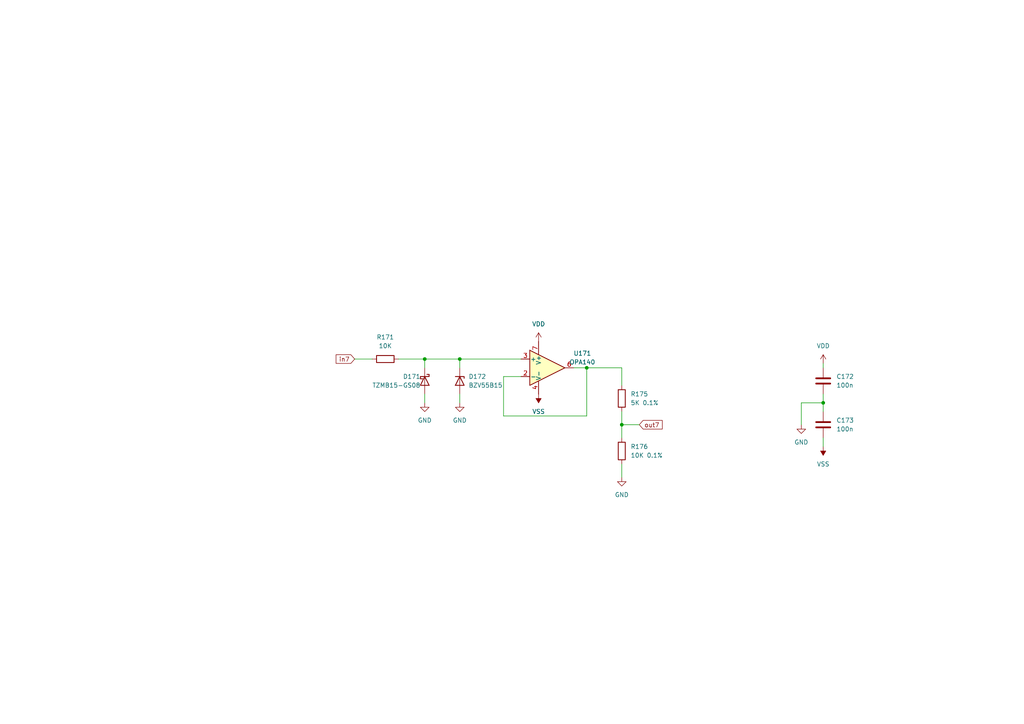
<source format=kicad_sch>
(kicad_sch (version 20230121) (generator eeschema)
  (paper "A4")
  (lib_symbols
    (symbol "Amplifier_Operational:OPA188xxD" (pin_names (offset 0.127))
      (property "Reference" "U" (at 0 6.35 0))
      (property "Value" "OPA188xxD" (at 0 3.81 0))
      (symbol "OPA188xxD_0_1"
        (polyline (pts (xy -5.08 5.08) (xy 5.08 0) (xy -5.08 -5.08) (xy -5.08 5.08)) (stroke (width 0.254)) (fill (type background)))
      )
      (symbol "OPA188xxD_1_1"
        (pin no_connect line (at -2.54 2.54 270) (length 2.54) hide (name "NC") (number "1"))
        (pin input line (at -7.62 -2.54 0) (length 2.54) (name "-") (number "2"))
        (pin input line (at -7.62 2.54 0) (length 2.54) (name "+") (number "3"))
        (pin power_in line (at -2.54 -7.62 90) (length 3.81) (name "V-") (number "4"))
        (pin no_connect line (at 0 2.54 270) (length 2.54) hide (name "NC") (number "5"))
        (pin output line (at 7.62 0 180) (length 2.54) (name "~") (number "6"))
        (pin power_in line (at -2.54 7.62 270) (length 3.81) (name "V+") (number "7"))
        (pin no_connect line (at 0 -2.54 90) (length 2.54) hide (name "NC") (number "8"))
      )
    )
    (symbol "Device:C" (pin_numbers hide) (pin_names (offset 0.254))
      (property "Reference" "C" (at 0.635 2.54 0))
      (property "Value" "C" (at 0.635 -2.54 0))
      (symbol "C_0_1"
        (polyline (pts (xy -2.032 -0.762) (xy 2.032 -0.762)) (stroke (width 0.508)))
        (polyline (pts (xy -2.032 0.762) (xy 2.032 0.762)) (stroke (width 0.508)))
      )
      (symbol "C_1_1"
        (pin passive line (at 0 3.81 270) (length 2.794) (name "~") (number "1"))
        (pin passive line (at 0 -3.81 90) (length 2.794) (name "~") (number "2"))
      )
    )
    (symbol "Device:D_Schottky" (pin_numbers hide) (pin_names (offset 1.016) hide)
      (property "Reference" "D" (at 0 2.54 0))
      (property "Value" "D_Schottky" (at 0 -2.54 0))
      (symbol "D_Schottky_0_1"
        (polyline (pts (xy 1.27 0) (xy -1.27 0)))
        (polyline (pts (xy 1.27 1.27) (xy 1.27 -1.27) (xy -1.27 0) (xy 1.27 1.27)) (stroke (width 0.254)))
        (polyline (pts (xy -1.905 0.635) (xy -1.905 1.27) (xy -1.27 1.27) (xy -1.27 -1.27) (xy -0.635 -1.27) (xy -0.635 -0.635)) (stroke (width 0.254)))
      )
      (symbol "D_Schottky_1_1"
        (pin passive line (at -3.81 0 0) (length 2.54) (name "K") (number "1"))
        (pin passive line (at 3.81 0 180) (length 2.54) (name "A") (number "2"))
      )
    )
    (symbol "Device:R" (pin_numbers hide) (pin_names (offset 0))
      (property "Reference" "R" (at 2.032 0 90))
      (property "Value" "R" (at 0 0 90))
      (symbol "R_0_1"
        (rectangle (start -1.016 -2.54) (end 1.016 2.54) (stroke (width 0.254)))
      )
      (symbol "R_1_1"
        (pin passive line (at 0 3.81 270) (length 1.27) (name "~") (number "1"))
        (pin passive line (at 0 -3.81 90) (length 1.27) (name "~") (number "2"))
      )
    )
    (symbol "Diode:BZV55B15" (pin_numbers hide) (pin_names hide)
      (property "Reference" "D" (at 0 2.54 0))
      (property "Value" "BZV55B15" (at 0 -2.54 0))
      (symbol "BZV55B15_0_1"
        (polyline (pts (xy 1.27 0) (xy -1.27 0)))
        (polyline (pts (xy -1.27 -1.27) (xy -1.27 1.27) (xy -0.762 1.27)) (stroke (width 0.254)))
        (polyline (pts (xy 1.27 -1.27) (xy 1.27 1.27) (xy -1.27 0) (xy 1.27 -1.27)) (stroke (width 0.254)))
      )
      (symbol "BZV55B15_1_1"
        (pin passive line (at -3.81 0 0) (length 2.54) (name "K") (number "1"))
        (pin passive line (at 3.81 0 180) (length 2.54) (name "A") (number "2"))
      )
    )
    (symbol "power:GND" (power) (pin_names (offset 0))
      (property "Value" "GND" (at 0 -3.81 0))
      (symbol "GND_0_1"
        (polyline (pts (xy 0 0) (xy 0 -1.27) (xy 1.27 -1.27) (xy 0 -2.54) (xy -1.27 -1.27) (xy 0 -1.27)))
      )
      (symbol "GND_1_1"
        (pin power_in line (at 0 0 270) (length 0) hide (name "GND") (number "1"))
      )
    )
    (symbol "power:VDD" (power) (pin_names (offset 0))
      (property "Value" "VDD" (at 0 3.81 0))
      (symbol "VDD_0_1"
        (polyline (pts (xy -0.762 1.27) (xy 0 2.54)))
        (polyline (pts (xy 0 0) (xy 0 2.54)))
        (polyline (pts (xy 0 2.54) (xy 0.762 1.27)))
      )
      (symbol "VDD_1_1"
        (pin power_in line (at 0 0 90) (length 0) hide (name "VDD") (number "1"))
      )
    )
    (symbol "power:VSS" (power) (pin_names (offset 0))
      (property "Value" "VSS" (at 0 3.81 0))
      (symbol "VSS_0_1"
        (polyline (pts (xy 0 0) (xy 0 2.54)))
        (polyline (pts (xy 0.762 1.27) (xy -0.762 1.27) (xy 0 2.54) (xy 0.762 1.27)) (fill (type outline)))
      )
      (symbol "VSS_1_1"
        (pin power_in line (at 0 0 90) (length 0) hide (name "VSS") (number "1"))
      )
    )
  )
  (junction (at 133.35 104.14))
  (junction (at 180.34 123.19))
  (junction (at 238.76 116.84))
  (junction (at 170.18 106.68))
  (junction (at 123.19 104.14))
  (wire (pts (xy 180.34 123.19) (xy 180.34 127)))
  (wire (pts (xy 180.34 123.19) (xy 185.42 123.19)))
  (wire (pts (xy 180.34 134.62) (xy 180.34 138.43)))
  (wire (pts (xy 170.18 106.68) (xy 180.34 106.68)))
  (wire (pts (xy 115.57 104.14) (xy 123.19 104.14)))
  (wire (pts (xy 123.19 114.3) (xy 123.19 116.84)))
  (wire (pts (xy 146.05 109.22) (xy 146.05 120.65)))
  (wire (pts (xy 238.76 116.84) (xy 238.76 119.38)))
  (wire (pts (xy 146.05 120.65) (xy 170.18 120.65)))
  (wire (pts (xy 102.87 104.14) (xy 107.95 104.14)))
  (wire (pts (xy 170.18 120.65) (xy 170.18 106.68)))
  (wire (pts (xy 166.37 106.68) (xy 170.18 106.68)))
  (wire (pts (xy 238.76 114.3) (xy 238.76 116.84)))
  (wire (pts (xy 133.35 104.14) (xy 133.35 106.68)))
  (wire (pts (xy 180.34 106.68) (xy 180.34 111.76)))
  (wire (pts (xy 123.19 104.14) (xy 133.35 104.14)))
  (wire (pts (xy 232.41 116.84) (xy 238.76 116.84)))
  (wire (pts (xy 133.35 114.3) (xy 133.35 116.84)))
  (wire (pts (xy 232.41 123.19) (xy 232.41 116.84)))
  (wire (pts (xy 146.05 109.22) (xy 151.13 109.22)))
  (wire (pts (xy 133.35 104.14) (xy 151.13 104.14)))
  (wire (pts (xy 238.76 127) (xy 238.76 129.54)))
  (wire (pts (xy 123.19 104.14) (xy 123.19 106.68)))
  (wire (pts (xy 180.34 119.38) (xy 180.34 123.19)))
  (wire (pts (xy 238.76 105.41) (xy 238.76 106.68)))
  (global_label "in7" (shape input) (at 102.87 104.14 180) (property "Intersheetrefs" "${INTERSHEET_REFS}" (effects hide)))
  (global_label "out7" (shape input) (at 185.42 123.19 0) (property "Intersheetrefs" "${INTERSHEET_REFS}" (effects hide)))
  (symbol (lib_id "Device:D_Schottky") (at 123.19 110.49 270) (unit 1)
    (property "Reference" "D171" (at 116.84 109.22 90) (effects (justify left)))
    (property "Value" "TZMB15-GS08" (at 107.95 111.76 90) (effects (justify left)))
    (property "Footprint" "Diode_SMD:D_MiniMELF" (effects hide))
  )
  (symbol (lib_id "Device:R") (at 180.34 115.57 0) (unit 1)
    (property "Reference" "R175" (at 182.88 114.3 0) (effects (justify left)))
    (property "Value" "5K 0.1%" (at 182.88 116.84 0) (effects (justify left)))
    (property "Footprint" "Resistor_SMD:R_0805_2012Metric_Pad1.20x1.40mm_HandSolder" (effects hide))
  )
  (symbol (lib_id "power:GND") (at 133.35 116.84 0) (unit 1)
    (property "Reference" "#PWR0172" (effects hide))
    (property "Value" "GND" (at 133.35 121.92 0))
  )
  (symbol (lib_id "power:VDD") (at 156.21 99.06 0) (unit 1)
    (property "Reference" "#PWR0173" (effects hide))
    (property "Value" "VDD" (at 156.21 93.98 0))
  )
  (symbol (lib_id "power:GND") (at 180.34 138.43 0) (unit 1)
    (property "Reference" "#PWR0189" (effects hide))
    (property "Value" "GND" (at 180.34 143.51 0))
  )
  (symbol (lib_id "power:GND") (at 232.41 123.19 0) (unit 1)
    (property "Reference" "#PWR0190" (effects hide))
    (property "Value" "GND" (at 232.41 128.27 0))
  )
  (symbol (lib_id "Device:C") (at 238.76 110.49 0) (unit 1)
    (property "Reference" "C172" (at 242.57 109.22 0) (effects (justify left)))
    (property "Value" "100n" (at 242.57 111.76 0) (effects (justify left)))
    (property "Footprint" "Capacitor_SMD:C_0805_2012Metric_Pad1.18x1.45mm_HandSolder" (effects hide))
  )
  (symbol (lib_id "Amplifier_Operational:OPA188xxD") (at 158.75 106.68 0) (unit 1)
    (property "Reference" "U171" (at 168.91 102.4891 0))
    (property "Value" "OPA140" (at 168.91 105.0291 0))
    (property "Footprint" "Package_SO:SOIC-8_3.9x4.9mm_P1.27mm" (effects hide))
    (property "Datasheet" "http://www.ti.com/lit/ds/symlink/opa188.pdf" (effects hide))
  )
  (symbol (lib_id "Device:C") (at 238.76 123.19 0) (unit 1)
    (property "Reference" "C173" (at 242.57 121.92 0) (effects (justify left)))
    (property "Value" "100n" (at 242.57 124.46 0) (effects (justify left)))
    (property "Footprint" "Capacitor_SMD:C_0805_2012Metric_Pad1.18x1.45mm_HandSolder" (effects hide))
  )
  (symbol (lib_id "power:VSS") (at 156.21 114.3 180) (unit 1)
    (property "Reference" "#PWR0185" (effects hide))
    (property "Value" "VSS" (at 156.21 119.38 0))
  )
  (symbol (lib_id "Device:R") (at 180.34 130.81 0) (unit 1)
    (property "Reference" "R176" (at 182.88 129.54 0) (effects (justify left)))
    (property "Value" "10K 0.1%" (at 182.88 132.08 0) (effects (justify left)))
    (property "Footprint" "Resistor_SMD:R_0805_2012Metric_Pad1.20x1.40mm_HandSolder" (effects hide))
  )
  (symbol (lib_id "power:GND") (at 123.19 116.84 0) (unit 1)
    (property "Reference" "#PWR0171" (effects hide))
    (property "Value" "GND" (at 123.19 121.92 0))
  )
  (symbol (lib_id "Diode:BZV55B15") (at 133.35 110.49 270) (unit 1)
    (property "Reference" "D172" (at 135.89 109.22 90) (effects (justify left)))
    (property "Value" "BZV55B15" (at 135.89 111.76 90) (effects (justify left)))
    (property "Footprint" "Diode_SMD:D_MiniMELF" (effects hide))
    (property "Datasheet" "https://assets.nexperia.com/documents/data-sheet/BZV55_SER.pdf" (effects hide))
  )
  (symbol (lib_id "power:VSS") (at 238.76 129.54 180) (unit 1)
    (property "Reference" "#PWR0192" (effects hide))
    (property "Value" "VSS" (at 238.76 134.62 0))
  )
  (symbol (lib_id "Device:R") (at 111.76 104.14 270) (unit 1)
    (property "Reference" "R171" (at 111.76 97.79 90))
    (property "Value" "10K" (at 111.76 100.33 90))
    (property "Footprint" "Resistor_SMD:R_0805_2012Metric_Pad1.20x1.40mm_HandSolder" (effects hide))
  )
  (symbol (lib_id "power:VDD") (at 238.76 105.41 0) (unit 1)
    (property "Reference" "#PWR0191" (effects hide))
    (property "Value" "VDD" (at 238.76 100.33 0))
  )
)
</source>
